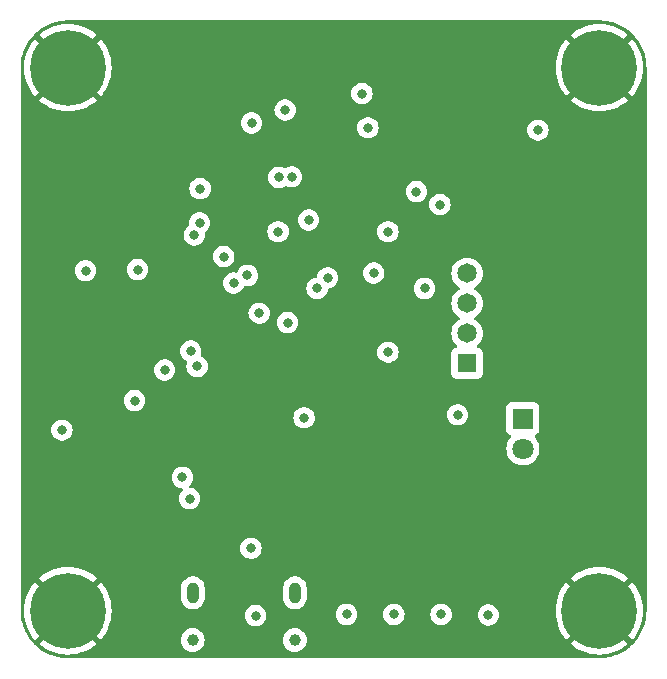
<source format=gbr>
%TF.GenerationSoftware,KiCad,Pcbnew,7.0.1*%
%TF.CreationDate,2023-07-17T15:28:08+02:00*%
%TF.ProjectId,Had_Konzole,4861645f-4b6f-46e7-9a6f-6c652e6b6963,rev?*%
%TF.SameCoordinates,Original*%
%TF.FileFunction,Copper,L3,Inr*%
%TF.FilePolarity,Positive*%
%FSLAX46Y46*%
G04 Gerber Fmt 4.6, Leading zero omitted, Abs format (unit mm)*
G04 Created by KiCad (PCBNEW 7.0.1) date 2023-07-17 15:28:08*
%MOMM*%
%LPD*%
G01*
G04 APERTURE LIST*
%TA.AperFunction,ComponentPad*%
%ADD10C,6.400000*%
%TD*%
%TA.AperFunction,ComponentPad*%
%ADD11C,1.000000*%
%TD*%
%TA.AperFunction,ComponentPad*%
%ADD12O,1.000000X1.800000*%
%TD*%
%TA.AperFunction,ComponentPad*%
%ADD13R,1.650000X1.650000*%
%TD*%
%TA.AperFunction,ComponentPad*%
%ADD14C,1.650000*%
%TD*%
%TA.AperFunction,ComponentPad*%
%ADD15R,1.800000X1.800000*%
%TD*%
%TA.AperFunction,ComponentPad*%
%ADD16C,1.800000*%
%TD*%
%TA.AperFunction,ViaPad*%
%ADD17C,0.800000*%
%TD*%
G04 APERTURE END LIST*
D10*
%TO.N,GND*%
%TO.C,H4*%
X145600000Y-108800000D03*
%TD*%
%TO.N,GND*%
%TO.C,H1*%
X100600000Y-62800000D03*
%TD*%
%TO.N,GND*%
%TO.C,H2*%
X145600000Y-62800000D03*
%TD*%
D11*
%TO.N,unconnected-(J4-SHIELD-PadS1)*%
%TO.C,J4*%
X111180000Y-111275000D03*
X119820000Y-111275000D03*
D12*
X111180000Y-107275000D03*
X119820000Y-107275000D03*
%TD*%
D10*
%TO.N,GND*%
%TO.C,H3*%
X100600000Y-108800000D03*
%TD*%
D13*
%TO.N,Reset*%
%TO.C,J2*%
X134400000Y-87840000D03*
D14*
%TO.N,MOSI*%
X134400000Y-85300000D03*
%TO.N,MISO*%
X134400000Y-82760000D03*
%TO.N,SCK*%
X134400000Y-80220000D03*
%TD*%
D15*
%TO.N,Net-(D1-K)*%
%TO.C,D1*%
X139125000Y-92525000D03*
D16*
%TO.N,+3V3*%
X139125000Y-95065000D03*
%TD*%
D17*
%TO.N,GND*%
X118750000Y-109000000D03*
X127700000Y-78350000D03*
X130250000Y-101700000D03*
X108350000Y-98500000D03*
X105900000Y-70000000D03*
X127700000Y-73550000D03*
X138250000Y-101700000D03*
X112600000Y-108500000D03*
X134300000Y-101700000D03*
X134850000Y-94250000D03*
X106000000Y-76250000D03*
X113000000Y-70200000D03*
X111500000Y-90050000D03*
X119900000Y-100800000D03*
X126150000Y-101700000D03*
X120500000Y-88500000D03*
X111100000Y-100800000D03*
X123900000Y-98150000D03*
X147950000Y-88150000D03*
X131100000Y-98150000D03*
%TO.N,3.3 Out*%
X100100000Y-93500000D03*
%TO.N,+3V3*%
X111750000Y-75950000D03*
X111800000Y-73050000D03*
X132200000Y-109100000D03*
X128200000Y-109100000D03*
X124200000Y-109100000D03*
X136200000Y-109150000D03*
X127700000Y-76700000D03*
X116150000Y-67500000D03*
X140400000Y-68100000D03*
X111550000Y-88100000D03*
X106250000Y-91000000D03*
X120600000Y-92450000D03*
%TO.N,+5V*%
X110900000Y-99300000D03*
%TO.N,SCK*%
X126500000Y-80200000D03*
%TO.N,MISO*%
X122600000Y-80600000D03*
%TO.N,MOSI*%
X121700000Y-81500000D03*
%TO.N,DTR*%
X108800000Y-88400000D03*
X111000000Y-86800000D03*
%TO.N,RST*%
X125500000Y-65000000D03*
X132100000Y-74400000D03*
%TO.N,DC*%
X130100000Y-73300000D03*
X126000000Y-67900000D03*
%TO.N,HSE_OUT*%
X111300000Y-76975500D03*
X113800000Y-78800000D03*
%TO.N,Button_Up*%
X120992893Y-75700000D03*
X130800000Y-81500000D03*
%TO.N,Button_Left*%
X133600000Y-92200000D03*
X119200000Y-84400000D03*
%TO.N,Button_Down*%
X127700000Y-86900000D03*
X118400000Y-76700000D03*
%TO.N,TX*%
X119550000Y-72050000D03*
X116800000Y-83600000D03*
X115800000Y-80400000D03*
%TO.N,RX*%
X114650000Y-81050000D03*
X118450000Y-72100000D03*
%TO.N,USB_Conn_D+*%
X110300000Y-97500000D03*
%TO.N,USB_Conn_D-*%
X116500000Y-109200000D03*
X116100000Y-103500000D03*
%TO.N,Reset*%
X106500000Y-79900000D03*
%TO.N,RST_PROG*%
X102100000Y-80000000D03*
X119000000Y-66400000D03*
%TD*%
%TA.AperFunction,Conductor*%
%TO.N,GND*%
G36*
X145602854Y-58800632D02*
G01*
X145618811Y-58801369D01*
X145773088Y-58808502D01*
X145969795Y-58818166D01*
X145980787Y-58819201D01*
X146162876Y-58844601D01*
X146163781Y-58844732D01*
X146347261Y-58871949D01*
X146357413Y-58873892D01*
X146538614Y-58916510D01*
X146540023Y-58916852D01*
X146717874Y-58961401D01*
X146727091Y-58964096D01*
X146904478Y-59023550D01*
X146906618Y-59024292D01*
X147078220Y-59085692D01*
X147086519Y-59089004D01*
X147257980Y-59164712D01*
X147260909Y-59166051D01*
X147347263Y-59206892D01*
X147425119Y-59243715D01*
X147432411Y-59247465D01*
X147529135Y-59301341D01*
X147596435Y-59338827D01*
X147599810Y-59340777D01*
X147755371Y-59434017D01*
X147761670Y-59438058D01*
X147916699Y-59544256D01*
X147920459Y-59546935D01*
X148066009Y-59654882D01*
X148071305Y-59659040D01*
X148216009Y-59779200D01*
X148219947Y-59782617D01*
X148354206Y-59904303D01*
X148358590Y-59908478D01*
X148491520Y-60041408D01*
X148495698Y-60045795D01*
X148617375Y-60180045D01*
X148620805Y-60183998D01*
X148740951Y-60328684D01*
X148745124Y-60334000D01*
X148767855Y-60364649D01*
X148853041Y-60479509D01*
X148855742Y-60483299D01*
X148961940Y-60638328D01*
X148965999Y-60644656D01*
X149059200Y-60800153D01*
X149061171Y-60803563D01*
X149152525Y-60967573D01*
X149156291Y-60974896D01*
X149233947Y-61139089D01*
X149235286Y-61142018D01*
X149310994Y-61313479D01*
X149314311Y-61321791D01*
X149375666Y-61493265D01*
X149376487Y-61495634D01*
X149435894Y-61672881D01*
X149438606Y-61682157D01*
X149483104Y-61859803D01*
X149483526Y-61861543D01*
X149526101Y-62042562D01*
X149528053Y-62052758D01*
X149555257Y-62236156D01*
X149555410Y-62237218D01*
X149580794Y-62419184D01*
X149581834Y-62430232D01*
X149591512Y-62627238D01*
X149591529Y-62627595D01*
X149599368Y-62797145D01*
X149599500Y-62802872D01*
X149599500Y-108797128D01*
X149599368Y-108802855D01*
X149591529Y-108972404D01*
X149591512Y-108972761D01*
X149581834Y-109169766D01*
X149580794Y-109180814D01*
X149555410Y-109362780D01*
X149555257Y-109363842D01*
X149528053Y-109547240D01*
X149526101Y-109557436D01*
X149483526Y-109738455D01*
X149483104Y-109740195D01*
X149438606Y-109917841D01*
X149435894Y-109927117D01*
X149376487Y-110104364D01*
X149375666Y-110106733D01*
X149314311Y-110278207D01*
X149310994Y-110286519D01*
X149235286Y-110457980D01*
X149233947Y-110460909D01*
X149156291Y-110625102D01*
X149152525Y-110632425D01*
X149061171Y-110796435D01*
X149059200Y-110799845D01*
X148965999Y-110955342D01*
X148961940Y-110961670D01*
X148855742Y-111116699D01*
X148853041Y-111120489D01*
X148745135Y-111265984D01*
X148740935Y-111271334D01*
X148620851Y-111415947D01*
X148617331Y-111420004D01*
X148495717Y-111554183D01*
X148491520Y-111558590D01*
X148358590Y-111691520D01*
X148354183Y-111695717D01*
X148220004Y-111817331D01*
X148215947Y-111820851D01*
X148071334Y-111940935D01*
X148065984Y-111945135D01*
X147920489Y-112053041D01*
X147916699Y-112055742D01*
X147761670Y-112161940D01*
X147755342Y-112165999D01*
X147599845Y-112259200D01*
X147596435Y-112261171D01*
X147432425Y-112352525D01*
X147425102Y-112356291D01*
X147260909Y-112433947D01*
X147257980Y-112435286D01*
X147086519Y-112510994D01*
X147078207Y-112514311D01*
X146906733Y-112575666D01*
X146904364Y-112576487D01*
X146727117Y-112635894D01*
X146717841Y-112638606D01*
X146540195Y-112683104D01*
X146538455Y-112683526D01*
X146357436Y-112726101D01*
X146347240Y-112728053D01*
X146163842Y-112755257D01*
X146162780Y-112755410D01*
X145980814Y-112780794D01*
X145969766Y-112781834D01*
X145772931Y-112791503D01*
X145772575Y-112791520D01*
X145607393Y-112799158D01*
X145602854Y-112799368D01*
X145597128Y-112799500D01*
X100700099Y-112799500D01*
X100602872Y-112799500D01*
X100597145Y-112799368D01*
X100592305Y-112799144D01*
X100427423Y-112791520D01*
X100427067Y-112791503D01*
X100230232Y-112781834D01*
X100219184Y-112780794D01*
X100037218Y-112755410D01*
X100036156Y-112755257D01*
X99852758Y-112728053D01*
X99842562Y-112726101D01*
X99661543Y-112683526D01*
X99659803Y-112683104D01*
X99482157Y-112638606D01*
X99472881Y-112635894D01*
X99295634Y-112576487D01*
X99293265Y-112575666D01*
X99121791Y-112514311D01*
X99113479Y-112510994D01*
X98942018Y-112435286D01*
X98939089Y-112433947D01*
X98774896Y-112356291D01*
X98767573Y-112352525D01*
X98603563Y-112261171D01*
X98600153Y-112259200D01*
X98475952Y-112184757D01*
X98444645Y-112165992D01*
X98438328Y-112161940D01*
X98283299Y-112055742D01*
X98279509Y-112053041D01*
X98134000Y-111945124D01*
X98128684Y-111940951D01*
X97983998Y-111820805D01*
X97980045Y-111817375D01*
X97845795Y-111695698D01*
X97841408Y-111691520D01*
X97738791Y-111588903D01*
X98164648Y-111588903D01*
X98164649Y-111588904D01*
X98422207Y-111797469D01*
X98747456Y-112008690D01*
X99093009Y-112184757D01*
X99455068Y-112323739D01*
X99829674Y-112424114D01*
X100212711Y-112484780D01*
X100600000Y-112505077D01*
X100987288Y-112484780D01*
X101370325Y-112424114D01*
X101744931Y-112323739D01*
X102106990Y-112184757D01*
X102452543Y-112008690D01*
X102777786Y-111797473D01*
X103035349Y-111588902D01*
X102721446Y-111274999D01*
X110174659Y-111274999D01*
X110193976Y-111471133D01*
X110251185Y-111659726D01*
X110324811Y-111797469D01*
X110344090Y-111833538D01*
X110469117Y-111985883D01*
X110621462Y-112110910D01*
X110795273Y-112203814D01*
X110983868Y-112261024D01*
X111180000Y-112280341D01*
X111376132Y-112261024D01*
X111564727Y-112203814D01*
X111738538Y-112110910D01*
X111890883Y-111985883D01*
X112015910Y-111833538D01*
X112108814Y-111659727D01*
X112166024Y-111471132D01*
X112185341Y-111275000D01*
X112185341Y-111274999D01*
X118814659Y-111274999D01*
X118833976Y-111471133D01*
X118891185Y-111659726D01*
X118964811Y-111797469D01*
X118984090Y-111833538D01*
X119109117Y-111985883D01*
X119261462Y-112110910D01*
X119435273Y-112203814D01*
X119623868Y-112261024D01*
X119820000Y-112280341D01*
X120016132Y-112261024D01*
X120204727Y-112203814D01*
X120378538Y-112110910D01*
X120530883Y-111985883D01*
X120655910Y-111833538D01*
X120748814Y-111659727D01*
X120770298Y-111588903D01*
X143164648Y-111588903D01*
X143164649Y-111588904D01*
X143422207Y-111797469D01*
X143747456Y-112008690D01*
X144093009Y-112184757D01*
X144455068Y-112323739D01*
X144829674Y-112424114D01*
X145212711Y-112484780D01*
X145600000Y-112505077D01*
X145987288Y-112484780D01*
X146370325Y-112424114D01*
X146744931Y-112323739D01*
X147106990Y-112184757D01*
X147452543Y-112008690D01*
X147777786Y-111797473D01*
X148035349Y-111588902D01*
X145600000Y-109153553D01*
X143164648Y-111588903D01*
X120770298Y-111588903D01*
X120806024Y-111471132D01*
X120825341Y-111275000D01*
X120806024Y-111078868D01*
X120748814Y-110890273D01*
X120655910Y-110716462D01*
X120530883Y-110564117D01*
X120378538Y-110439090D01*
X120338356Y-110417612D01*
X120204726Y-110346185D01*
X120016133Y-110288976D01*
X119820000Y-110269659D01*
X119623866Y-110288976D01*
X119435273Y-110346185D01*
X119261463Y-110439089D01*
X119109117Y-110564117D01*
X118984089Y-110716463D01*
X118891185Y-110890273D01*
X118833976Y-111078866D01*
X118814659Y-111274999D01*
X112185341Y-111274999D01*
X112166024Y-111078868D01*
X112108814Y-110890273D01*
X112015910Y-110716462D01*
X111890883Y-110564117D01*
X111738538Y-110439090D01*
X111698356Y-110417612D01*
X111564726Y-110346185D01*
X111376133Y-110288976D01*
X111180000Y-110269659D01*
X110983866Y-110288976D01*
X110795273Y-110346185D01*
X110621463Y-110439089D01*
X110469117Y-110564117D01*
X110344089Y-110716463D01*
X110251185Y-110890273D01*
X110193976Y-111078866D01*
X110174659Y-111274999D01*
X102721446Y-111274999D01*
X100600000Y-109153553D01*
X98164648Y-111588903D01*
X97738791Y-111588903D01*
X97708478Y-111558590D01*
X97704303Y-111554206D01*
X97582617Y-111419947D01*
X97579200Y-111416009D01*
X97459040Y-111271305D01*
X97454882Y-111266009D01*
X97346935Y-111120459D01*
X97344256Y-111116699D01*
X97238058Y-110961670D01*
X97234017Y-110955371D01*
X97140777Y-110799810D01*
X97138827Y-110796435D01*
X97112261Y-110748740D01*
X97047465Y-110632411D01*
X97043715Y-110625119D01*
X97006892Y-110547263D01*
X96966051Y-110460909D01*
X96964712Y-110457980D01*
X96889004Y-110286519D01*
X96885692Y-110278220D01*
X96824292Y-110106618D01*
X96823550Y-110104478D01*
X96764096Y-109927091D01*
X96761401Y-109917874D01*
X96716852Y-109740023D01*
X96716510Y-109738614D01*
X96673892Y-109557413D01*
X96671949Y-109547261D01*
X96644732Y-109363781D01*
X96644588Y-109362780D01*
X96619201Y-109180787D01*
X96618166Y-109169795D01*
X96608480Y-108972611D01*
X96600632Y-108802854D01*
X96600566Y-108800000D01*
X96894922Y-108800000D01*
X96915219Y-109187288D01*
X96975885Y-109570325D01*
X97076260Y-109944931D01*
X97215242Y-110306990D01*
X97391309Y-110652543D01*
X97602530Y-110977792D01*
X97811095Y-111235350D01*
X97811096Y-111235350D01*
X100246447Y-108800000D01*
X100953553Y-108800000D01*
X103388902Y-111235349D01*
X103597473Y-110977786D01*
X103808690Y-110652543D01*
X103984757Y-110306990D01*
X104123739Y-109944931D01*
X104224114Y-109570325D01*
X104282767Y-109200000D01*
X115594540Y-109200000D01*
X115614326Y-109388257D01*
X115672820Y-109568284D01*
X115767466Y-109732216D01*
X115894129Y-109872889D01*
X116047269Y-109984151D01*
X116220197Y-110061144D01*
X116405352Y-110100500D01*
X116405354Y-110100500D01*
X116594646Y-110100500D01*
X116594648Y-110100500D01*
X116718084Y-110074262D01*
X116779803Y-110061144D01*
X116952730Y-109984151D01*
X117006712Y-109944931D01*
X117105870Y-109872889D01*
X117232533Y-109732216D01*
X117327179Y-109568284D01*
X117359671Y-109468284D01*
X117385674Y-109388256D01*
X117405460Y-109200000D01*
X117394950Y-109100000D01*
X123294540Y-109100000D01*
X123314326Y-109288257D01*
X123372820Y-109468284D01*
X123467466Y-109632216D01*
X123594129Y-109772889D01*
X123747269Y-109884151D01*
X123920197Y-109961144D01*
X124105352Y-110000500D01*
X124105354Y-110000500D01*
X124294646Y-110000500D01*
X124294648Y-110000500D01*
X124418084Y-109974262D01*
X124479803Y-109961144D01*
X124652730Y-109884151D01*
X124805871Y-109772888D01*
X124932533Y-109632216D01*
X125027179Y-109468284D01*
X125085674Y-109288256D01*
X125105460Y-109100000D01*
X127294540Y-109100000D01*
X127314326Y-109288257D01*
X127372820Y-109468284D01*
X127467466Y-109632216D01*
X127594129Y-109772889D01*
X127747269Y-109884151D01*
X127920197Y-109961144D01*
X128105352Y-110000500D01*
X128105354Y-110000500D01*
X128294646Y-110000500D01*
X128294648Y-110000500D01*
X128418084Y-109974262D01*
X128479803Y-109961144D01*
X128652730Y-109884151D01*
X128805871Y-109772888D01*
X128932533Y-109632216D01*
X129027179Y-109468284D01*
X129085674Y-109288256D01*
X129105460Y-109100000D01*
X131294540Y-109100000D01*
X131314326Y-109288257D01*
X131372820Y-109468284D01*
X131467466Y-109632216D01*
X131594129Y-109772889D01*
X131747269Y-109884151D01*
X131920197Y-109961144D01*
X132105352Y-110000500D01*
X132105354Y-110000500D01*
X132294646Y-110000500D01*
X132294648Y-110000500D01*
X132418084Y-109974262D01*
X132479803Y-109961144D01*
X132652730Y-109884151D01*
X132805871Y-109772888D01*
X132932533Y-109632216D01*
X133027179Y-109468284D01*
X133085674Y-109288256D01*
X133100205Y-109150000D01*
X135294540Y-109150000D01*
X135314326Y-109338257D01*
X135372820Y-109518284D01*
X135467466Y-109682216D01*
X135594129Y-109822889D01*
X135747269Y-109934151D01*
X135920197Y-110011144D01*
X136105352Y-110050500D01*
X136105354Y-110050500D01*
X136294646Y-110050500D01*
X136294648Y-110050500D01*
X136418083Y-110024262D01*
X136479803Y-110011144D01*
X136652730Y-109934151D01*
X136662412Y-109927117D01*
X136805870Y-109822889D01*
X136932533Y-109682216D01*
X137027179Y-109518284D01*
X137043425Y-109468284D01*
X137085674Y-109338256D01*
X137105460Y-109150000D01*
X137085674Y-108961744D01*
X137033120Y-108800000D01*
X141894922Y-108800000D01*
X141915219Y-109187288D01*
X141975885Y-109570325D01*
X142076260Y-109944931D01*
X142215242Y-110306990D01*
X142391309Y-110652543D01*
X142602530Y-110977792D01*
X142811095Y-111235350D01*
X142811096Y-111235350D01*
X145246447Y-108800000D01*
X145953553Y-108800000D01*
X148388902Y-111235349D01*
X148597473Y-110977786D01*
X148808690Y-110652543D01*
X148984757Y-110306990D01*
X149123739Y-109944931D01*
X149224114Y-109570325D01*
X149284780Y-109187288D01*
X149305077Y-108800000D01*
X149284780Y-108412711D01*
X149224114Y-108029674D01*
X149123739Y-107655068D01*
X148984757Y-107293009D01*
X148808690Y-106947456D01*
X148597469Y-106622207D01*
X148388904Y-106364649D01*
X148388903Y-106364648D01*
X145953553Y-108800000D01*
X145246447Y-108800000D01*
X142811096Y-106364648D01*
X142602526Y-106622214D01*
X142391309Y-106947456D01*
X142215242Y-107293009D01*
X142076260Y-107655068D01*
X141975885Y-108029674D01*
X141915219Y-108412711D01*
X141894922Y-108800000D01*
X137033120Y-108800000D01*
X137027179Y-108781715D01*
X136932533Y-108617783D01*
X136805870Y-108477110D01*
X136652730Y-108365848D01*
X136479802Y-108288855D01*
X136294648Y-108249500D01*
X136294646Y-108249500D01*
X136105354Y-108249500D01*
X136105352Y-108249500D01*
X135920197Y-108288855D01*
X135747269Y-108365848D01*
X135594129Y-108477110D01*
X135467466Y-108617783D01*
X135372820Y-108781715D01*
X135314326Y-108961742D01*
X135294540Y-109150000D01*
X133100205Y-109150000D01*
X133105460Y-109100000D01*
X133085674Y-108911744D01*
X133049366Y-108800000D01*
X133027179Y-108731715D01*
X132932533Y-108567783D01*
X132805870Y-108427110D01*
X132652730Y-108315848D01*
X132479802Y-108238855D01*
X132294648Y-108199500D01*
X132294646Y-108199500D01*
X132105354Y-108199500D01*
X132105352Y-108199500D01*
X131920197Y-108238855D01*
X131747269Y-108315848D01*
X131594129Y-108427110D01*
X131467466Y-108567783D01*
X131372820Y-108731715D01*
X131314326Y-108911742D01*
X131294540Y-109100000D01*
X129105460Y-109100000D01*
X129085674Y-108911744D01*
X129049366Y-108800000D01*
X129027179Y-108731715D01*
X128932533Y-108567783D01*
X128805870Y-108427110D01*
X128652730Y-108315848D01*
X128479802Y-108238855D01*
X128294648Y-108199500D01*
X128294646Y-108199500D01*
X128105354Y-108199500D01*
X128105352Y-108199500D01*
X127920197Y-108238855D01*
X127747269Y-108315848D01*
X127594129Y-108427110D01*
X127467466Y-108567783D01*
X127372820Y-108731715D01*
X127314326Y-108911742D01*
X127294540Y-109100000D01*
X125105460Y-109100000D01*
X125085674Y-108911744D01*
X125049366Y-108800000D01*
X125027179Y-108731715D01*
X124932533Y-108567783D01*
X124805870Y-108427110D01*
X124652730Y-108315848D01*
X124479802Y-108238855D01*
X124294648Y-108199500D01*
X124294646Y-108199500D01*
X124105354Y-108199500D01*
X124105352Y-108199500D01*
X123920197Y-108238855D01*
X123747269Y-108315848D01*
X123594129Y-108427110D01*
X123467466Y-108567783D01*
X123372820Y-108731715D01*
X123314326Y-108911742D01*
X123294540Y-109100000D01*
X117394950Y-109100000D01*
X117385674Y-109011744D01*
X117327179Y-108831716D01*
X117327179Y-108831715D01*
X117232533Y-108667783D01*
X117105870Y-108527110D01*
X116952730Y-108415848D01*
X116779802Y-108338855D01*
X116594648Y-108299500D01*
X116594646Y-108299500D01*
X116405354Y-108299500D01*
X116405352Y-108299500D01*
X116220197Y-108338855D01*
X116047269Y-108415848D01*
X115894129Y-108527110D01*
X115767466Y-108667783D01*
X115672820Y-108831715D01*
X115614326Y-109011742D01*
X115594540Y-109200000D01*
X104282767Y-109200000D01*
X104284780Y-109187288D01*
X104305077Y-108800000D01*
X104284780Y-108412711D01*
X104224114Y-108029674D01*
X104142675Y-107725740D01*
X110179500Y-107725740D01*
X110194926Y-107877440D01*
X110225868Y-107976058D01*
X110255841Y-108071588D01*
X110354591Y-108249502D01*
X110487134Y-108403895D01*
X110648042Y-108528448D01*
X110830729Y-108618060D01*
X111027715Y-108669063D01*
X111230936Y-108679369D01*
X111230936Y-108679368D01*
X111230937Y-108679369D01*
X111432071Y-108648556D01*
X111514413Y-108618060D01*
X111622887Y-108577886D01*
X111795571Y-108470252D01*
X111943053Y-108330059D01*
X112059295Y-108163049D01*
X112139540Y-107976058D01*
X112180500Y-107776741D01*
X112180500Y-107725740D01*
X118819500Y-107725740D01*
X118834926Y-107877440D01*
X118865868Y-107976058D01*
X118895841Y-108071588D01*
X118994591Y-108249502D01*
X119127134Y-108403895D01*
X119288042Y-108528448D01*
X119470729Y-108618060D01*
X119667715Y-108669063D01*
X119870936Y-108679369D01*
X119870936Y-108679368D01*
X119870937Y-108679369D01*
X120072071Y-108648556D01*
X120154413Y-108618060D01*
X120262887Y-108577886D01*
X120435571Y-108470252D01*
X120583053Y-108330059D01*
X120699295Y-108163049D01*
X120779540Y-107976058D01*
X120820500Y-107776741D01*
X120820500Y-106824258D01*
X120805074Y-106672562D01*
X120744159Y-106478412D01*
X120645409Y-106300498D01*
X120512866Y-106146105D01*
X120351958Y-106021552D01*
X120351957Y-106021551D01*
X120330643Y-106011096D01*
X143164648Y-106011096D01*
X145600000Y-108446447D01*
X145600001Y-108446447D01*
X148035350Y-106011096D01*
X148035350Y-106011095D01*
X147777792Y-105802530D01*
X147452543Y-105591309D01*
X147106990Y-105415242D01*
X146744931Y-105276260D01*
X146370325Y-105175885D01*
X145987288Y-105115219D01*
X145600000Y-105094922D01*
X145212711Y-105115219D01*
X144829674Y-105175885D01*
X144455068Y-105276260D01*
X144093009Y-105415242D01*
X143747456Y-105591309D01*
X143422214Y-105802526D01*
X143164648Y-106011096D01*
X120330643Y-106011096D01*
X120169272Y-105931940D01*
X120103608Y-105914938D01*
X119972285Y-105880937D01*
X119951670Y-105879891D01*
X119769062Y-105870630D01*
X119567928Y-105901443D01*
X119377113Y-105972113D01*
X119204431Y-106079745D01*
X119134623Y-106146104D01*
X119056947Y-106219941D01*
X119056946Y-106219943D01*
X118940705Y-106386950D01*
X118901455Y-106478412D01*
X118860460Y-106573942D01*
X118840194Y-106672562D01*
X118819500Y-106773261D01*
X118819500Y-107725740D01*
X112180500Y-107725740D01*
X112180500Y-106824258D01*
X112165074Y-106672562D01*
X112104159Y-106478412D01*
X112005409Y-106300498D01*
X111872866Y-106146105D01*
X111711958Y-106021552D01*
X111711957Y-106021551D01*
X111529272Y-105931940D01*
X111463608Y-105914938D01*
X111332285Y-105880937D01*
X111311670Y-105879891D01*
X111129062Y-105870630D01*
X110927928Y-105901443D01*
X110737113Y-105972113D01*
X110564431Y-106079745D01*
X110494623Y-106146104D01*
X110416947Y-106219941D01*
X110416946Y-106219943D01*
X110300705Y-106386950D01*
X110261455Y-106478412D01*
X110220460Y-106573942D01*
X110200194Y-106672562D01*
X110179500Y-106773261D01*
X110179500Y-107725740D01*
X104142675Y-107725740D01*
X104123739Y-107655068D01*
X103984757Y-107293009D01*
X103808690Y-106947456D01*
X103597469Y-106622207D01*
X103388904Y-106364649D01*
X103388903Y-106364648D01*
X100953553Y-108800000D01*
X100246447Y-108800000D01*
X97811096Y-106364648D01*
X97602526Y-106622214D01*
X97391309Y-106947456D01*
X97215242Y-107293009D01*
X97076260Y-107655068D01*
X96975885Y-108029674D01*
X96915219Y-108412711D01*
X96894922Y-108800000D01*
X96600566Y-108800000D01*
X96600500Y-108797128D01*
X96600500Y-106011096D01*
X98164648Y-106011096D01*
X100600000Y-108446447D01*
X100600001Y-108446447D01*
X103035350Y-106011096D01*
X103035350Y-106011095D01*
X102777792Y-105802530D01*
X102452543Y-105591309D01*
X102106990Y-105415242D01*
X101744931Y-105276260D01*
X101370325Y-105175885D01*
X100987288Y-105115219D01*
X100600000Y-105094922D01*
X100212711Y-105115219D01*
X99829674Y-105175885D01*
X99455068Y-105276260D01*
X99093009Y-105415242D01*
X98747456Y-105591309D01*
X98422214Y-105802526D01*
X98164648Y-106011096D01*
X96600500Y-106011096D01*
X96600500Y-103500000D01*
X115194540Y-103500000D01*
X115214326Y-103688257D01*
X115272820Y-103868284D01*
X115367466Y-104032216D01*
X115494129Y-104172889D01*
X115647269Y-104284151D01*
X115820197Y-104361144D01*
X116005352Y-104400500D01*
X116005354Y-104400500D01*
X116194646Y-104400500D01*
X116194648Y-104400500D01*
X116318084Y-104374262D01*
X116379803Y-104361144D01*
X116552730Y-104284151D01*
X116705871Y-104172888D01*
X116832533Y-104032216D01*
X116927179Y-103868284D01*
X116985674Y-103688256D01*
X117005460Y-103500000D01*
X116985674Y-103311744D01*
X116927179Y-103131716D01*
X116927179Y-103131715D01*
X116832533Y-102967783D01*
X116705870Y-102827110D01*
X116552730Y-102715848D01*
X116379802Y-102638855D01*
X116194648Y-102599500D01*
X116194646Y-102599500D01*
X116005354Y-102599500D01*
X116005352Y-102599500D01*
X115820197Y-102638855D01*
X115647269Y-102715848D01*
X115494129Y-102827110D01*
X115367466Y-102967783D01*
X115272820Y-103131715D01*
X115214326Y-103311742D01*
X115194540Y-103500000D01*
X96600500Y-103500000D01*
X96600500Y-97500000D01*
X109394540Y-97500000D01*
X109414326Y-97688257D01*
X109472820Y-97868284D01*
X109567466Y-98032216D01*
X109694129Y-98172889D01*
X109847269Y-98284151D01*
X110020197Y-98361144D01*
X110205352Y-98400500D01*
X110224401Y-98400500D01*
X110284139Y-98415838D01*
X110329098Y-98458058D01*
X110348156Y-98516715D01*
X110336599Y-98577298D01*
X110297285Y-98624819D01*
X110294128Y-98627112D01*
X110167466Y-98767783D01*
X110072820Y-98931715D01*
X110014326Y-99111742D01*
X109994540Y-99300000D01*
X110014326Y-99488257D01*
X110072820Y-99668284D01*
X110167466Y-99832216D01*
X110294129Y-99972889D01*
X110447269Y-100084151D01*
X110620197Y-100161144D01*
X110805352Y-100200500D01*
X110805354Y-100200500D01*
X110994646Y-100200500D01*
X110994648Y-100200500D01*
X111118083Y-100174262D01*
X111179803Y-100161144D01*
X111352730Y-100084151D01*
X111505871Y-99972888D01*
X111632533Y-99832216D01*
X111727179Y-99668284D01*
X111785674Y-99488256D01*
X111805460Y-99300000D01*
X111785674Y-99111744D01*
X111727179Y-98931716D01*
X111727179Y-98931715D01*
X111632533Y-98767783D01*
X111505870Y-98627110D01*
X111352730Y-98515848D01*
X111179802Y-98438855D01*
X110994648Y-98399500D01*
X110994646Y-98399500D01*
X110975599Y-98399500D01*
X110915861Y-98384162D01*
X110870902Y-98341942D01*
X110851844Y-98283285D01*
X110863401Y-98222702D01*
X110902715Y-98175181D01*
X110902839Y-98175090D01*
X110905871Y-98172888D01*
X111032533Y-98032216D01*
X111127179Y-97868284D01*
X111185674Y-97688256D01*
X111205460Y-97500000D01*
X111185674Y-97311744D01*
X111127179Y-97131716D01*
X111127179Y-97131715D01*
X111032533Y-96967783D01*
X110905870Y-96827110D01*
X110752730Y-96715848D01*
X110579802Y-96638855D01*
X110394648Y-96599500D01*
X110394646Y-96599500D01*
X110205354Y-96599500D01*
X110205352Y-96599500D01*
X110020197Y-96638855D01*
X109847269Y-96715848D01*
X109694129Y-96827110D01*
X109567466Y-96967783D01*
X109472820Y-97131715D01*
X109414326Y-97311742D01*
X109394540Y-97500000D01*
X96600500Y-97500000D01*
X96600500Y-95065000D01*
X137719699Y-95065000D01*
X137738865Y-95296299D01*
X137738865Y-95296301D01*
X137738866Y-95296305D01*
X137795843Y-95521300D01*
X137889076Y-95733849D01*
X138016021Y-95928153D01*
X138173216Y-96098913D01*
X138356374Y-96241470D01*
X138560497Y-96351936D01*
X138670257Y-96389616D01*
X138780015Y-96427297D01*
X138780017Y-96427297D01*
X138780019Y-96427298D01*
X139008951Y-96465500D01*
X139241048Y-96465500D01*
X139241049Y-96465500D01*
X139469981Y-96427298D01*
X139689503Y-96351936D01*
X139893626Y-96241470D01*
X140076784Y-96098913D01*
X140233979Y-95928153D01*
X140360924Y-95733849D01*
X140454157Y-95521300D01*
X140511134Y-95296305D01*
X140530300Y-95065000D01*
X140511134Y-94833695D01*
X140454157Y-94608700D01*
X140360924Y-94396151D01*
X140233979Y-94201847D01*
X140139195Y-94098884D01*
X140110424Y-94046134D01*
X140109831Y-93986047D01*
X140137558Y-93932737D01*
X140187092Y-93898722D01*
X140267331Y-93868796D01*
X140382546Y-93782546D01*
X140468796Y-93667331D01*
X140519091Y-93532483D01*
X140525500Y-93472873D01*
X140525499Y-91577128D01*
X140519091Y-91517517D01*
X140468796Y-91382669D01*
X140382546Y-91267454D01*
X140267331Y-91181204D01*
X140132483Y-91130909D01*
X140072873Y-91124500D01*
X140072869Y-91124500D01*
X138177130Y-91124500D01*
X138117515Y-91130909D01*
X137982669Y-91181204D01*
X137867454Y-91267454D01*
X137781204Y-91382668D01*
X137730909Y-91517516D01*
X137724500Y-91577130D01*
X137724500Y-93472869D01*
X137727417Y-93499999D01*
X137730909Y-93532483D01*
X137781204Y-93667331D01*
X137867454Y-93782546D01*
X137982669Y-93868796D01*
X138062905Y-93898722D01*
X138112441Y-93932737D01*
X138140168Y-93986047D01*
X138139575Y-94046134D01*
X138110802Y-94098887D01*
X138016020Y-94201848D01*
X137889076Y-94396150D01*
X137795844Y-94608696D01*
X137738865Y-94833700D01*
X137719699Y-95065000D01*
X96600500Y-95065000D01*
X96600500Y-93499999D01*
X99194540Y-93499999D01*
X99214326Y-93688257D01*
X99272820Y-93868284D01*
X99367466Y-94032216D01*
X99494129Y-94172889D01*
X99647269Y-94284151D01*
X99820197Y-94361144D01*
X100005352Y-94400500D01*
X100005354Y-94400500D01*
X100194646Y-94400500D01*
X100194648Y-94400500D01*
X100318083Y-94374262D01*
X100379803Y-94361144D01*
X100552730Y-94284151D01*
X100705871Y-94172888D01*
X100832533Y-94032216D01*
X100927179Y-93868284D01*
X100985674Y-93688256D01*
X101005460Y-93500000D01*
X100985674Y-93311744D01*
X100927179Y-93131716D01*
X100927179Y-93131715D01*
X100832533Y-92967783D01*
X100705870Y-92827110D01*
X100552730Y-92715848D01*
X100379802Y-92638855D01*
X100194648Y-92599500D01*
X100194646Y-92599500D01*
X100005354Y-92599500D01*
X100005352Y-92599500D01*
X99820197Y-92638855D01*
X99647269Y-92715848D01*
X99494129Y-92827110D01*
X99367466Y-92967783D01*
X99272820Y-93131715D01*
X99214326Y-93311742D01*
X99194540Y-93499999D01*
X96600500Y-93499999D01*
X96600500Y-92449999D01*
X119694540Y-92449999D01*
X119714326Y-92638257D01*
X119772820Y-92818284D01*
X119867466Y-92982216D01*
X119994129Y-93122889D01*
X120147269Y-93234151D01*
X120320197Y-93311144D01*
X120505352Y-93350500D01*
X120505354Y-93350500D01*
X120694646Y-93350500D01*
X120694648Y-93350500D01*
X120818084Y-93324262D01*
X120879803Y-93311144D01*
X121052730Y-93234151D01*
X121052729Y-93234151D01*
X121205870Y-93122889D01*
X121332533Y-92982216D01*
X121427179Y-92818284D01*
X121460462Y-92715849D01*
X121485674Y-92638256D01*
X121505460Y-92450000D01*
X121485674Y-92261744D01*
X121465612Y-92199999D01*
X132694540Y-92199999D01*
X132714326Y-92388257D01*
X132772820Y-92568284D01*
X132867466Y-92732216D01*
X132994129Y-92872889D01*
X133147269Y-92984151D01*
X133320197Y-93061144D01*
X133505352Y-93100500D01*
X133505354Y-93100500D01*
X133694646Y-93100500D01*
X133694648Y-93100500D01*
X133818083Y-93074262D01*
X133879803Y-93061144D01*
X134052730Y-92984151D01*
X134205871Y-92872888D01*
X134332533Y-92732216D01*
X134427179Y-92568284D01*
X134485674Y-92388256D01*
X134505460Y-92200000D01*
X134485674Y-92011744D01*
X134427179Y-91831716D01*
X134427179Y-91831715D01*
X134332533Y-91667783D01*
X134205870Y-91527110D01*
X134052730Y-91415848D01*
X133879802Y-91338855D01*
X133694648Y-91299500D01*
X133694646Y-91299500D01*
X133505354Y-91299500D01*
X133505352Y-91299500D01*
X133320197Y-91338855D01*
X133147269Y-91415848D01*
X132994129Y-91527110D01*
X132867466Y-91667783D01*
X132772820Y-91831715D01*
X132714326Y-92011742D01*
X132694540Y-92199999D01*
X121465612Y-92199999D01*
X121427179Y-92081716D01*
X121427179Y-92081715D01*
X121332533Y-91917783D01*
X121205870Y-91777110D01*
X121052730Y-91665848D01*
X120879802Y-91588855D01*
X120694648Y-91549500D01*
X120694646Y-91549500D01*
X120505354Y-91549500D01*
X120505352Y-91549500D01*
X120320197Y-91588855D01*
X120147269Y-91665848D01*
X119994129Y-91777110D01*
X119867466Y-91917783D01*
X119772820Y-92081715D01*
X119714326Y-92261742D01*
X119694540Y-92449999D01*
X96600500Y-92449999D01*
X96600500Y-91000000D01*
X105344540Y-91000000D01*
X105364326Y-91188257D01*
X105422820Y-91368284D01*
X105517466Y-91532216D01*
X105644129Y-91672889D01*
X105797269Y-91784151D01*
X105970197Y-91861144D01*
X106155352Y-91900500D01*
X106155354Y-91900500D01*
X106344646Y-91900500D01*
X106344648Y-91900500D01*
X106468084Y-91874262D01*
X106529803Y-91861144D01*
X106702730Y-91784151D01*
X106855871Y-91672888D01*
X106982533Y-91532216D01*
X107077179Y-91368284D01*
X107135674Y-91188256D01*
X107155460Y-91000000D01*
X107135674Y-90811744D01*
X107077179Y-90631716D01*
X107077179Y-90631715D01*
X106982533Y-90467783D01*
X106855870Y-90327110D01*
X106702730Y-90215848D01*
X106529802Y-90138855D01*
X106344648Y-90099500D01*
X106344646Y-90099500D01*
X106155354Y-90099500D01*
X106155352Y-90099500D01*
X105970197Y-90138855D01*
X105797269Y-90215848D01*
X105644129Y-90327110D01*
X105517466Y-90467783D01*
X105422820Y-90631715D01*
X105364326Y-90811742D01*
X105344540Y-91000000D01*
X96600500Y-91000000D01*
X96600500Y-88400000D01*
X107894540Y-88400000D01*
X107914326Y-88588257D01*
X107972820Y-88768284D01*
X108067466Y-88932216D01*
X108194129Y-89072889D01*
X108347269Y-89184151D01*
X108520197Y-89261144D01*
X108705352Y-89300500D01*
X108705354Y-89300500D01*
X108894646Y-89300500D01*
X108894648Y-89300500D01*
X109018083Y-89274262D01*
X109079803Y-89261144D01*
X109252730Y-89184151D01*
X109405871Y-89072888D01*
X109532533Y-88932216D01*
X109627179Y-88768284D01*
X109685674Y-88588256D01*
X109705460Y-88400000D01*
X109685674Y-88211744D01*
X109627179Y-88031716D01*
X109627179Y-88031715D01*
X109532533Y-87867783D01*
X109405870Y-87727110D01*
X109252730Y-87615848D01*
X109079802Y-87538855D01*
X108894648Y-87499500D01*
X108894646Y-87499500D01*
X108705354Y-87499500D01*
X108705352Y-87499500D01*
X108520197Y-87538855D01*
X108347269Y-87615848D01*
X108194129Y-87727110D01*
X108067466Y-87867783D01*
X107972820Y-88031715D01*
X107914326Y-88211742D01*
X107894540Y-88400000D01*
X96600500Y-88400000D01*
X96600500Y-86800000D01*
X110094540Y-86800000D01*
X110114326Y-86988257D01*
X110172820Y-87168284D01*
X110267466Y-87332216D01*
X110394129Y-87472889D01*
X110547267Y-87584150D01*
X110588857Y-87602666D01*
X110640524Y-87625670D01*
X110687801Y-87662608D01*
X110712204Y-87717417D01*
X110708019Y-87777267D01*
X110664326Y-87911740D01*
X110644540Y-88100000D01*
X110664326Y-88288257D01*
X110722820Y-88468284D01*
X110817466Y-88632216D01*
X110944129Y-88772889D01*
X111097269Y-88884151D01*
X111270197Y-88961144D01*
X111455352Y-89000500D01*
X111455354Y-89000500D01*
X111644646Y-89000500D01*
X111644648Y-89000500D01*
X111768083Y-88974262D01*
X111829803Y-88961144D01*
X112002730Y-88884151D01*
X112155871Y-88772888D01*
X112282533Y-88632216D01*
X112377179Y-88468284D01*
X112435674Y-88288256D01*
X112455460Y-88100000D01*
X112435674Y-87911744D01*
X112377179Y-87731716D01*
X112377179Y-87731715D01*
X112282533Y-87567783D01*
X112155870Y-87427110D01*
X112002732Y-87315849D01*
X111933412Y-87284986D01*
X111909474Y-87274328D01*
X111862197Y-87237391D01*
X111837794Y-87182581D01*
X111841978Y-87122735D01*
X111885674Y-86988256D01*
X111894950Y-86899999D01*
X126794540Y-86899999D01*
X126814326Y-87088257D01*
X126872820Y-87268284D01*
X126967466Y-87432216D01*
X127094129Y-87572889D01*
X127247269Y-87684151D01*
X127420197Y-87761144D01*
X127605352Y-87800500D01*
X127605354Y-87800500D01*
X127794646Y-87800500D01*
X127794648Y-87800500D01*
X127918083Y-87774262D01*
X127979803Y-87761144D01*
X128152730Y-87684151D01*
X128246740Y-87615849D01*
X128305870Y-87572889D01*
X128310468Y-87567783D01*
X128432533Y-87432216D01*
X128527179Y-87268284D01*
X128585674Y-87088256D01*
X128605460Y-86900000D01*
X128585674Y-86711744D01*
X128527179Y-86531716D01*
X128527179Y-86531715D01*
X128432533Y-86367783D01*
X128305870Y-86227110D01*
X128152730Y-86115848D01*
X127979802Y-86038855D01*
X127794648Y-85999500D01*
X127794646Y-85999500D01*
X127605354Y-85999500D01*
X127605352Y-85999500D01*
X127420197Y-86038855D01*
X127247269Y-86115848D01*
X127094129Y-86227110D01*
X126967466Y-86367783D01*
X126872820Y-86531715D01*
X126814326Y-86711742D01*
X126794540Y-86899999D01*
X111894950Y-86899999D01*
X111905460Y-86800000D01*
X111885674Y-86611744D01*
X111829710Y-86439505D01*
X111827179Y-86431715D01*
X111732533Y-86267783D01*
X111605870Y-86127110D01*
X111452730Y-86015848D01*
X111279802Y-85938855D01*
X111094648Y-85899500D01*
X111094646Y-85899500D01*
X110905354Y-85899500D01*
X110905352Y-85899500D01*
X110720197Y-85938855D01*
X110547269Y-86015848D01*
X110394129Y-86127110D01*
X110267466Y-86267783D01*
X110172820Y-86431715D01*
X110114326Y-86611742D01*
X110094540Y-86800000D01*
X96600500Y-86800000D01*
X96600500Y-83600000D01*
X115894540Y-83600000D01*
X115914326Y-83788257D01*
X115972820Y-83968284D01*
X116067466Y-84132216D01*
X116194129Y-84272889D01*
X116347269Y-84384151D01*
X116520197Y-84461144D01*
X116705352Y-84500500D01*
X116705354Y-84500500D01*
X116894646Y-84500500D01*
X116894648Y-84500500D01*
X117018083Y-84474262D01*
X117079803Y-84461144D01*
X117217133Y-84400000D01*
X118294540Y-84400000D01*
X118314326Y-84588257D01*
X118372820Y-84768284D01*
X118467466Y-84932216D01*
X118594129Y-85072889D01*
X118747269Y-85184151D01*
X118920197Y-85261144D01*
X119105352Y-85300500D01*
X119105354Y-85300500D01*
X119294646Y-85300500D01*
X119294648Y-85300500D01*
X119297000Y-85300000D01*
X133069436Y-85300000D01*
X133089650Y-85531047D01*
X133089651Y-85531050D01*
X133149680Y-85755079D01*
X133247699Y-85965282D01*
X133380730Y-86155269D01*
X133380733Y-86155272D01*
X133536034Y-86310573D01*
X133569279Y-86370814D01*
X133565291Y-86439504D01*
X133525298Y-86495493D01*
X133481363Y-86513464D01*
X133482110Y-86515466D01*
X133332669Y-86571204D01*
X133217454Y-86657454D01*
X133131204Y-86772668D01*
X133080909Y-86907516D01*
X133074500Y-86967130D01*
X133074500Y-88712869D01*
X133080909Y-88772483D01*
X133131204Y-88907331D01*
X133217454Y-89022546D01*
X133332669Y-89108796D01*
X133467517Y-89159091D01*
X133527127Y-89165500D01*
X135272872Y-89165499D01*
X135332483Y-89159091D01*
X135467331Y-89108796D01*
X135582546Y-89022546D01*
X135668796Y-88907331D01*
X135719091Y-88772483D01*
X135725500Y-88712873D01*
X135725499Y-86967128D01*
X135719091Y-86907517D01*
X135668796Y-86772669D01*
X135582546Y-86657454D01*
X135467331Y-86571204D01*
X135361458Y-86531716D01*
X135317890Y-86515466D01*
X135318636Y-86513464D01*
X135274703Y-86495495D01*
X135234709Y-86439505D01*
X135230720Y-86370814D01*
X135263962Y-86310576D01*
X135419270Y-86155269D01*
X135552301Y-85965282D01*
X135650320Y-85755079D01*
X135710349Y-85531050D01*
X135730563Y-85300000D01*
X135710349Y-85068950D01*
X135650320Y-84844921D01*
X135552301Y-84634719D01*
X135419270Y-84444731D01*
X135255269Y-84280730D01*
X135065282Y-84147699D01*
X135065278Y-84147697D01*
X135065277Y-84147696D01*
X135053875Y-84142379D01*
X135001701Y-84096620D01*
X134982284Y-84029994D01*
X135001706Y-83963370D01*
X135053881Y-83917617D01*
X135065282Y-83912301D01*
X135255269Y-83779270D01*
X135419270Y-83615269D01*
X135552301Y-83425282D01*
X135650320Y-83215079D01*
X135710349Y-82991050D01*
X135730563Y-82760000D01*
X135710349Y-82528950D01*
X135650320Y-82304921D01*
X135552301Y-82094719D01*
X135419270Y-81904731D01*
X135255269Y-81740730D01*
X135065282Y-81607699D01*
X135065278Y-81607697D01*
X135065277Y-81607696D01*
X135053875Y-81602379D01*
X135001701Y-81556620D01*
X134982284Y-81489994D01*
X135001706Y-81423370D01*
X135053881Y-81377617D01*
X135065282Y-81372301D01*
X135255269Y-81239270D01*
X135419270Y-81075269D01*
X135552301Y-80885282D01*
X135650320Y-80675079D01*
X135710349Y-80451050D01*
X135730563Y-80220000D01*
X135710349Y-79988950D01*
X135650320Y-79764921D01*
X135552301Y-79554719D01*
X135419270Y-79364731D01*
X135255269Y-79200730D01*
X135065282Y-79067699D01*
X134968365Y-79022506D01*
X134855080Y-78969680D01*
X134631047Y-78909650D01*
X134399999Y-78889436D01*
X134168952Y-78909650D01*
X133944919Y-78969680D01*
X133734721Y-79067698D01*
X133734719Y-79067699D01*
X133591069Y-79168284D01*
X133544727Y-79200733D01*
X133380733Y-79364727D01*
X133380730Y-79364730D01*
X133380730Y-79364731D01*
X133258807Y-79538856D01*
X133247698Y-79554721D01*
X133149680Y-79764919D01*
X133089650Y-79988952D01*
X133069436Y-80220000D01*
X133089650Y-80451047D01*
X133149680Y-80675080D01*
X133153910Y-80684151D01*
X133247699Y-80885282D01*
X133380730Y-81075269D01*
X133544731Y-81239270D01*
X133734718Y-81372301D01*
X133734721Y-81372302D01*
X133734722Y-81372303D01*
X133746120Y-81377618D01*
X133798296Y-81423374D01*
X133817716Y-81489999D01*
X133798297Y-81556624D01*
X133746123Y-81602381D01*
X133734722Y-81607697D01*
X133734719Y-81607698D01*
X133734719Y-81607699D01*
X133732146Y-81609501D01*
X133544727Y-81740733D01*
X133380733Y-81904727D01*
X133247698Y-82094721D01*
X133149680Y-82304919D01*
X133089650Y-82528952D01*
X133069436Y-82759999D01*
X133089650Y-82991047D01*
X133089651Y-82991050D01*
X133149680Y-83215079D01*
X133247699Y-83425282D01*
X133380730Y-83615269D01*
X133544731Y-83779270D01*
X133734718Y-83912301D01*
X133734721Y-83912302D01*
X133734722Y-83912303D01*
X133746120Y-83917618D01*
X133798296Y-83963374D01*
X133817716Y-84029999D01*
X133798297Y-84096624D01*
X133746123Y-84142381D01*
X133734722Y-84147697D01*
X133544727Y-84280733D01*
X133380733Y-84444727D01*
X133380730Y-84444730D01*
X133380730Y-84444731D01*
X133369238Y-84461144D01*
X133247698Y-84634721D01*
X133149680Y-84844919D01*
X133089650Y-85068952D01*
X133069436Y-85300000D01*
X119297000Y-85300000D01*
X119418084Y-85274262D01*
X119479803Y-85261144D01*
X119652730Y-85184151D01*
X119805871Y-85072888D01*
X119932533Y-84932216D01*
X120027179Y-84768284D01*
X120085674Y-84588256D01*
X120105460Y-84400000D01*
X120085674Y-84211744D01*
X120027179Y-84031716D01*
X120027179Y-84031715D01*
X119932533Y-83867783D01*
X119805870Y-83727110D01*
X119652730Y-83615848D01*
X119479802Y-83538855D01*
X119294648Y-83499500D01*
X119294646Y-83499500D01*
X119105354Y-83499500D01*
X119105352Y-83499500D01*
X118920197Y-83538855D01*
X118747269Y-83615848D01*
X118594129Y-83727110D01*
X118467466Y-83867783D01*
X118372820Y-84031715D01*
X118314326Y-84211742D01*
X118294540Y-84400000D01*
X117217133Y-84400000D01*
X117252730Y-84384151D01*
X117252730Y-84384150D01*
X117405870Y-84272889D01*
X117532533Y-84132216D01*
X117627179Y-83968284D01*
X117645369Y-83912301D01*
X117685674Y-83788256D01*
X117705460Y-83600000D01*
X117685674Y-83411744D01*
X117627179Y-83231716D01*
X117627179Y-83231715D01*
X117532533Y-83067783D01*
X117405870Y-82927110D01*
X117252730Y-82815848D01*
X117079802Y-82738855D01*
X116894648Y-82699500D01*
X116894646Y-82699500D01*
X116705354Y-82699500D01*
X116705352Y-82699500D01*
X116520197Y-82738855D01*
X116347269Y-82815848D01*
X116194129Y-82927110D01*
X116067466Y-83067783D01*
X115972820Y-83231715D01*
X115914326Y-83411742D01*
X115894540Y-83600000D01*
X96600500Y-83600000D01*
X96600500Y-81050000D01*
X113744540Y-81050000D01*
X113764326Y-81238257D01*
X113822820Y-81418284D01*
X113917466Y-81582216D01*
X114044129Y-81722889D01*
X114197269Y-81834151D01*
X114370197Y-81911144D01*
X114555352Y-81950500D01*
X114555354Y-81950500D01*
X114744646Y-81950500D01*
X114744648Y-81950500D01*
X114868084Y-81924262D01*
X114929803Y-81911144D01*
X115102730Y-81834151D01*
X115102730Y-81834150D01*
X115255870Y-81722889D01*
X115382533Y-81582216D01*
X115395093Y-81560462D01*
X115430001Y-81500000D01*
X120794540Y-81500000D01*
X120814326Y-81688257D01*
X120872820Y-81868284D01*
X120967466Y-82032216D01*
X121094129Y-82172889D01*
X121247269Y-82284151D01*
X121420197Y-82361144D01*
X121605352Y-82400500D01*
X121605354Y-82400500D01*
X121794646Y-82400500D01*
X121794648Y-82400500D01*
X121918083Y-82374262D01*
X121979803Y-82361144D01*
X122152730Y-82284151D01*
X122305871Y-82172888D01*
X122432533Y-82032216D01*
X122527179Y-81868284D01*
X122585674Y-81688256D01*
X122593951Y-81609496D01*
X122609884Y-81560462D01*
X122644386Y-81522143D01*
X122691490Y-81501171D01*
X122696999Y-81500000D01*
X129894540Y-81500000D01*
X129914326Y-81688257D01*
X129972820Y-81868284D01*
X130067466Y-82032216D01*
X130194129Y-82172889D01*
X130347269Y-82284151D01*
X130520197Y-82361144D01*
X130705352Y-82400500D01*
X130705354Y-82400500D01*
X130894646Y-82400500D01*
X130894648Y-82400500D01*
X131018083Y-82374262D01*
X131079803Y-82361144D01*
X131252730Y-82284151D01*
X131405871Y-82172888D01*
X131532533Y-82032216D01*
X131627179Y-81868284D01*
X131685674Y-81688256D01*
X131705460Y-81500000D01*
X131685674Y-81311744D01*
X131644216Y-81184151D01*
X131627179Y-81131715D01*
X131532533Y-80967783D01*
X131405870Y-80827110D01*
X131252730Y-80715848D01*
X131079802Y-80638855D01*
X130894648Y-80599500D01*
X130894646Y-80599500D01*
X130705354Y-80599500D01*
X130705352Y-80599500D01*
X130520197Y-80638855D01*
X130347269Y-80715848D01*
X130194129Y-80827110D01*
X130067466Y-80967783D01*
X129972820Y-81131715D01*
X129914326Y-81311742D01*
X129894540Y-81500000D01*
X122696999Y-81500000D01*
X122879803Y-81461144D01*
X123052730Y-81384151D01*
X123205870Y-81272889D01*
X123215007Y-81262742D01*
X123332533Y-81132216D01*
X123427179Y-80968284D01*
X123485674Y-80788256D01*
X123505460Y-80600000D01*
X123485674Y-80411744D01*
X123427179Y-80231716D01*
X123427179Y-80231715D01*
X123408868Y-80199999D01*
X125594540Y-80199999D01*
X125614326Y-80388257D01*
X125672820Y-80568284D01*
X125767466Y-80732216D01*
X125894129Y-80872889D01*
X126047269Y-80984151D01*
X126220197Y-81061144D01*
X126405352Y-81100500D01*
X126405354Y-81100500D01*
X126594646Y-81100500D01*
X126594648Y-81100500D01*
X126724551Y-81072888D01*
X126779803Y-81061144D01*
X126952730Y-80984151D01*
X127088812Y-80885282D01*
X127105870Y-80872889D01*
X127232533Y-80732216D01*
X127327179Y-80568284D01*
X127338898Y-80532216D01*
X127385674Y-80388256D01*
X127405460Y-80200000D01*
X127385674Y-80011744D01*
X127327179Y-79831716D01*
X127327179Y-79831715D01*
X127232533Y-79667783D01*
X127105870Y-79527110D01*
X126952730Y-79415848D01*
X126779802Y-79338855D01*
X126594648Y-79299500D01*
X126594646Y-79299500D01*
X126405354Y-79299500D01*
X126405352Y-79299500D01*
X126220197Y-79338855D01*
X126047269Y-79415848D01*
X125894129Y-79527110D01*
X125767466Y-79667783D01*
X125672820Y-79831715D01*
X125614326Y-80011742D01*
X125594540Y-80199999D01*
X123408868Y-80199999D01*
X123332533Y-80067783D01*
X123205870Y-79927110D01*
X123052730Y-79815848D01*
X122879802Y-79738855D01*
X122694648Y-79699500D01*
X122694646Y-79699500D01*
X122505354Y-79699500D01*
X122505352Y-79699500D01*
X122320197Y-79738855D01*
X122147269Y-79815848D01*
X121994129Y-79927110D01*
X121867466Y-80067783D01*
X121772820Y-80231715D01*
X121714326Y-80411742D01*
X121706049Y-80490500D01*
X121690115Y-80539538D01*
X121655613Y-80577856D01*
X121608509Y-80598828D01*
X121420197Y-80638855D01*
X121247269Y-80715848D01*
X121094129Y-80827110D01*
X120967466Y-80967783D01*
X120872820Y-81131715D01*
X120814326Y-81311742D01*
X120794540Y-81500000D01*
X115430001Y-81500000D01*
X115477179Y-81418284D01*
X115493216Y-81368924D01*
X115525007Y-81318048D01*
X115576967Y-81288049D01*
X115636925Y-81285955D01*
X115705354Y-81300500D01*
X115894646Y-81300500D01*
X115894648Y-81300500D01*
X116024551Y-81272888D01*
X116079803Y-81261144D01*
X116252730Y-81184151D01*
X116405871Y-81072888D01*
X116532533Y-80932216D01*
X116627179Y-80768284D01*
X116685674Y-80588256D01*
X116705460Y-80400000D01*
X116685674Y-80211744D01*
X116655332Y-80118363D01*
X116627179Y-80031715D01*
X116532533Y-79867783D01*
X116405870Y-79727110D01*
X116252730Y-79615848D01*
X116079802Y-79538855D01*
X115894648Y-79499500D01*
X115894646Y-79499500D01*
X115705354Y-79499500D01*
X115705352Y-79499500D01*
X115520197Y-79538855D01*
X115347269Y-79615848D01*
X115194129Y-79727110D01*
X115067466Y-79867783D01*
X114972819Y-80031718D01*
X114956782Y-80081073D01*
X114924989Y-80131952D01*
X114873031Y-80161949D01*
X114813072Y-80164044D01*
X114797364Y-80160705D01*
X114744646Y-80149500D01*
X114555354Y-80149500D01*
X114555352Y-80149500D01*
X114370197Y-80188855D01*
X114197269Y-80265848D01*
X114044129Y-80377110D01*
X113917466Y-80517783D01*
X113822820Y-80681715D01*
X113764326Y-80861742D01*
X113744540Y-81050000D01*
X96600500Y-81050000D01*
X96600500Y-80000000D01*
X101194540Y-80000000D01*
X101214326Y-80188257D01*
X101272820Y-80368284D01*
X101367466Y-80532216D01*
X101494129Y-80672889D01*
X101647269Y-80784151D01*
X101820197Y-80861144D01*
X102005352Y-80900500D01*
X102005354Y-80900500D01*
X102194646Y-80900500D01*
X102194648Y-80900500D01*
X102324551Y-80872888D01*
X102379803Y-80861144D01*
X102552730Y-80784151D01*
X102646740Y-80715849D01*
X102705870Y-80672889D01*
X102736515Y-80638855D01*
X102832533Y-80532216D01*
X102927179Y-80368284D01*
X102985674Y-80188256D01*
X103005460Y-80000000D01*
X102994950Y-79899999D01*
X105594540Y-79899999D01*
X105614326Y-80088257D01*
X105672820Y-80268284D01*
X105767466Y-80432216D01*
X105894129Y-80572889D01*
X106047269Y-80684151D01*
X106220197Y-80761144D01*
X106405352Y-80800500D01*
X106405354Y-80800500D01*
X106594646Y-80800500D01*
X106594648Y-80800500D01*
X106718083Y-80774262D01*
X106779803Y-80761144D01*
X106952730Y-80684151D01*
X106968232Y-80672888D01*
X107105870Y-80572889D01*
X107135900Y-80539538D01*
X107232533Y-80432216D01*
X107327179Y-80268284D01*
X107385674Y-80088256D01*
X107405460Y-79900000D01*
X107385674Y-79711744D01*
X107327179Y-79531716D01*
X107327179Y-79531715D01*
X107232533Y-79367783D01*
X107105870Y-79227110D01*
X106952730Y-79115848D01*
X106779802Y-79038855D01*
X106594648Y-78999500D01*
X106594646Y-78999500D01*
X106405354Y-78999500D01*
X106405352Y-78999500D01*
X106220197Y-79038855D01*
X106047269Y-79115848D01*
X105894129Y-79227110D01*
X105767466Y-79367783D01*
X105672820Y-79531715D01*
X105614326Y-79711742D01*
X105594540Y-79899999D01*
X102994950Y-79899999D01*
X102985674Y-79811744D01*
X102949528Y-79700500D01*
X102927179Y-79631715D01*
X102832533Y-79467783D01*
X102705870Y-79327110D01*
X102552730Y-79215848D01*
X102379802Y-79138855D01*
X102194648Y-79099500D01*
X102194646Y-79099500D01*
X102005354Y-79099500D01*
X102005352Y-79099500D01*
X101820197Y-79138855D01*
X101647269Y-79215848D01*
X101494129Y-79327110D01*
X101367466Y-79467783D01*
X101272820Y-79631715D01*
X101214326Y-79811742D01*
X101194540Y-80000000D01*
X96600500Y-80000000D01*
X96600500Y-78799999D01*
X112894540Y-78799999D01*
X112914326Y-78988257D01*
X112972820Y-79168284D01*
X113067466Y-79332216D01*
X113194129Y-79472889D01*
X113347269Y-79584151D01*
X113520197Y-79661144D01*
X113705352Y-79700500D01*
X113705354Y-79700500D01*
X113894646Y-79700500D01*
X113894648Y-79700500D01*
X114018083Y-79674262D01*
X114079803Y-79661144D01*
X114252730Y-79584151D01*
X114293240Y-79554719D01*
X114405870Y-79472889D01*
X114410468Y-79467783D01*
X114532533Y-79332216D01*
X114627179Y-79168284D01*
X114685674Y-78988256D01*
X114705460Y-78800000D01*
X114685674Y-78611744D01*
X114627179Y-78431716D01*
X114627179Y-78431715D01*
X114532533Y-78267783D01*
X114405870Y-78127110D01*
X114252730Y-78015848D01*
X114079802Y-77938855D01*
X113894648Y-77899500D01*
X113894646Y-77899500D01*
X113705354Y-77899500D01*
X113705352Y-77899500D01*
X113520197Y-77938855D01*
X113347269Y-78015848D01*
X113194129Y-78127110D01*
X113067466Y-78267783D01*
X112972820Y-78431715D01*
X112914326Y-78611742D01*
X112894540Y-78799999D01*
X96600500Y-78799999D01*
X96600500Y-76975499D01*
X110394540Y-76975499D01*
X110414326Y-77163757D01*
X110472820Y-77343784D01*
X110567466Y-77507716D01*
X110694129Y-77648389D01*
X110847269Y-77759651D01*
X111020197Y-77836644D01*
X111205352Y-77876000D01*
X111205354Y-77876000D01*
X111394646Y-77876000D01*
X111394648Y-77876000D01*
X111518083Y-77849762D01*
X111579803Y-77836644D01*
X111752730Y-77759651D01*
X111905871Y-77648388D01*
X112032533Y-77507716D01*
X112127179Y-77343784D01*
X112185674Y-77163756D01*
X112205460Y-76975500D01*
X112189182Y-76820626D01*
X112199224Y-76757232D01*
X112239615Y-76707352D01*
X112249736Y-76699999D01*
X117494540Y-76699999D01*
X117514326Y-76888257D01*
X117572820Y-77068284D01*
X117667466Y-77232216D01*
X117794129Y-77372889D01*
X117947269Y-77484151D01*
X118120197Y-77561144D01*
X118305352Y-77600500D01*
X118305354Y-77600500D01*
X118494646Y-77600500D01*
X118494648Y-77600500D01*
X118618083Y-77574262D01*
X118679803Y-77561144D01*
X118852730Y-77484151D01*
X119005871Y-77372888D01*
X119132533Y-77232216D01*
X119227179Y-77068284D01*
X119285674Y-76888256D01*
X119305460Y-76700000D01*
X119305460Y-76699999D01*
X126794540Y-76699999D01*
X126814326Y-76888257D01*
X126872820Y-77068284D01*
X126967466Y-77232216D01*
X127094129Y-77372889D01*
X127247269Y-77484151D01*
X127420197Y-77561144D01*
X127605352Y-77600500D01*
X127605354Y-77600500D01*
X127794646Y-77600500D01*
X127794648Y-77600500D01*
X127918083Y-77574262D01*
X127979803Y-77561144D01*
X128152730Y-77484151D01*
X128305871Y-77372888D01*
X128432533Y-77232216D01*
X128527179Y-77068284D01*
X128585674Y-76888256D01*
X128605460Y-76700000D01*
X128585674Y-76511744D01*
X128527179Y-76331716D01*
X128527179Y-76331715D01*
X128432533Y-76167783D01*
X128305870Y-76027110D01*
X128152730Y-75915848D01*
X127979802Y-75838855D01*
X127794648Y-75799500D01*
X127794646Y-75799500D01*
X127605354Y-75799500D01*
X127605352Y-75799500D01*
X127420197Y-75838855D01*
X127247269Y-75915848D01*
X127094129Y-76027110D01*
X126967466Y-76167783D01*
X126872820Y-76331715D01*
X126814326Y-76511742D01*
X126794540Y-76699999D01*
X119305460Y-76699999D01*
X119285674Y-76511744D01*
X119227179Y-76331716D01*
X119227179Y-76331715D01*
X119132533Y-76167783D01*
X119005870Y-76027110D01*
X118852730Y-75915848D01*
X118679802Y-75838855D01*
X118494648Y-75799500D01*
X118494646Y-75799500D01*
X118305354Y-75799500D01*
X118305352Y-75799500D01*
X118120197Y-75838855D01*
X117947269Y-75915848D01*
X117794129Y-76027110D01*
X117667466Y-76167783D01*
X117572820Y-76331715D01*
X117514326Y-76511742D01*
X117494540Y-76699999D01*
X112249736Y-76699999D01*
X112355871Y-76622888D01*
X112482533Y-76482216D01*
X112577179Y-76318284D01*
X112635674Y-76138256D01*
X112655460Y-75950000D01*
X112635674Y-75761744D01*
X112615612Y-75700000D01*
X120087433Y-75700000D01*
X120107219Y-75888257D01*
X120165713Y-76068284D01*
X120260359Y-76232216D01*
X120387022Y-76372889D01*
X120540162Y-76484151D01*
X120713090Y-76561144D01*
X120898245Y-76600500D01*
X120898247Y-76600500D01*
X121087539Y-76600500D01*
X121087541Y-76600500D01*
X121210976Y-76574262D01*
X121272696Y-76561144D01*
X121445623Y-76484151D01*
X121598764Y-76372888D01*
X121725426Y-76232216D01*
X121820072Y-76068284D01*
X121878567Y-75888256D01*
X121898353Y-75700000D01*
X121878567Y-75511744D01*
X121820072Y-75331716D01*
X121820072Y-75331715D01*
X121725426Y-75167783D01*
X121598763Y-75027110D01*
X121445623Y-74915848D01*
X121272695Y-74838855D01*
X121087541Y-74799500D01*
X121087539Y-74799500D01*
X120898247Y-74799500D01*
X120898245Y-74799500D01*
X120713090Y-74838855D01*
X120540162Y-74915848D01*
X120387022Y-75027110D01*
X120260359Y-75167783D01*
X120165713Y-75331715D01*
X120107219Y-75511742D01*
X120087433Y-75700000D01*
X112615612Y-75700000D01*
X112577179Y-75581716D01*
X112577179Y-75581715D01*
X112482533Y-75417783D01*
X112355870Y-75277110D01*
X112202730Y-75165848D01*
X112029802Y-75088855D01*
X111844648Y-75049500D01*
X111844646Y-75049500D01*
X111655354Y-75049500D01*
X111655352Y-75049500D01*
X111470197Y-75088855D01*
X111297269Y-75165848D01*
X111144129Y-75277110D01*
X111017466Y-75417783D01*
X110922820Y-75581715D01*
X110864326Y-75761742D01*
X110844540Y-75950000D01*
X110860817Y-76104870D01*
X110850776Y-76168267D01*
X110810382Y-76218149D01*
X110694127Y-76302612D01*
X110567466Y-76443283D01*
X110472820Y-76607215D01*
X110414326Y-76787242D01*
X110394540Y-76975499D01*
X96600500Y-76975499D01*
X96600500Y-74400000D01*
X131194540Y-74400000D01*
X131214326Y-74588257D01*
X131272820Y-74768284D01*
X131367466Y-74932216D01*
X131494129Y-75072889D01*
X131647269Y-75184151D01*
X131820197Y-75261144D01*
X132005352Y-75300500D01*
X132005354Y-75300500D01*
X132194646Y-75300500D01*
X132194648Y-75300500D01*
X132318083Y-75274262D01*
X132379803Y-75261144D01*
X132552730Y-75184151D01*
X132683893Y-75088856D01*
X132705870Y-75072889D01*
X132832533Y-74932216D01*
X132927179Y-74768284D01*
X132927178Y-74768284D01*
X132985674Y-74588256D01*
X133005460Y-74400000D01*
X132985674Y-74211744D01*
X132927179Y-74031716D01*
X132927179Y-74031715D01*
X132832533Y-73867783D01*
X132705870Y-73727110D01*
X132552730Y-73615848D01*
X132379802Y-73538855D01*
X132194648Y-73499500D01*
X132194646Y-73499500D01*
X132005354Y-73499500D01*
X132005352Y-73499500D01*
X131820197Y-73538855D01*
X131647269Y-73615848D01*
X131494129Y-73727110D01*
X131367466Y-73867783D01*
X131272820Y-74031715D01*
X131214326Y-74211742D01*
X131194540Y-74400000D01*
X96600500Y-74400000D01*
X96600500Y-73050000D01*
X110894540Y-73050000D01*
X110914326Y-73238257D01*
X110972820Y-73418284D01*
X111067466Y-73582216D01*
X111194129Y-73722889D01*
X111347269Y-73834151D01*
X111520197Y-73911144D01*
X111705352Y-73950500D01*
X111705354Y-73950500D01*
X111894646Y-73950500D01*
X111894648Y-73950500D01*
X112018084Y-73924262D01*
X112079803Y-73911144D01*
X112252730Y-73834151D01*
X112255393Y-73832216D01*
X112405870Y-73722889D01*
X112532533Y-73582216D01*
X112627179Y-73418284D01*
X112665612Y-73299999D01*
X129194540Y-73299999D01*
X129214326Y-73488257D01*
X129272820Y-73668284D01*
X129367466Y-73832216D01*
X129494129Y-73972889D01*
X129647269Y-74084151D01*
X129820197Y-74161144D01*
X130005352Y-74200500D01*
X130005354Y-74200500D01*
X130194646Y-74200500D01*
X130194648Y-74200500D01*
X130318084Y-74174262D01*
X130379803Y-74161144D01*
X130552730Y-74084151D01*
X130705871Y-73972888D01*
X130832533Y-73832216D01*
X130927179Y-73668284D01*
X130985674Y-73488256D01*
X131005460Y-73300000D01*
X130985674Y-73111744D01*
X130936741Y-72961144D01*
X130927179Y-72931715D01*
X130832533Y-72767783D01*
X130705870Y-72627110D01*
X130552730Y-72515848D01*
X130379802Y-72438855D01*
X130194648Y-72399500D01*
X130194646Y-72399500D01*
X130005354Y-72399500D01*
X130005352Y-72399500D01*
X129820197Y-72438855D01*
X129647269Y-72515848D01*
X129494129Y-72627110D01*
X129367466Y-72767783D01*
X129272820Y-72931715D01*
X129214326Y-73111742D01*
X129194540Y-73299999D01*
X112665612Y-73299999D01*
X112685674Y-73238256D01*
X112705460Y-73050000D01*
X112685674Y-72861744D01*
X112627179Y-72681716D01*
X112627179Y-72681715D01*
X112532533Y-72517783D01*
X112405870Y-72377110D01*
X112252730Y-72265848D01*
X112079802Y-72188855D01*
X111894648Y-72149500D01*
X111894646Y-72149500D01*
X111705354Y-72149500D01*
X111705352Y-72149500D01*
X111520197Y-72188855D01*
X111347269Y-72265848D01*
X111194129Y-72377110D01*
X111067466Y-72517783D01*
X110972820Y-72681715D01*
X110914326Y-72861742D01*
X110894540Y-73050000D01*
X96600500Y-73050000D01*
X96600500Y-72100000D01*
X117544540Y-72100000D01*
X117564326Y-72288257D01*
X117622820Y-72468284D01*
X117717466Y-72632216D01*
X117844129Y-72772889D01*
X117997269Y-72884151D01*
X118170197Y-72961144D01*
X118355352Y-73000500D01*
X118355354Y-73000500D01*
X118544646Y-73000500D01*
X118544648Y-73000500D01*
X118668084Y-72974262D01*
X118729803Y-72961144D01*
X118902730Y-72884151D01*
X118961526Y-72841432D01*
X119008636Y-72820460D01*
X119060209Y-72820466D01*
X119084315Y-72831205D01*
X119085364Y-72828851D01*
X119270197Y-72911144D01*
X119455352Y-72950500D01*
X119455354Y-72950500D01*
X119644646Y-72950500D01*
X119644648Y-72950500D01*
X119768084Y-72924262D01*
X119829803Y-72911144D01*
X120002730Y-72834151D01*
X120155871Y-72722888D01*
X120282533Y-72582216D01*
X120377179Y-72418284D01*
X120435674Y-72238256D01*
X120455460Y-72050000D01*
X120435674Y-71861744D01*
X120377179Y-71681716D01*
X120377179Y-71681715D01*
X120282533Y-71517783D01*
X120155870Y-71377110D01*
X120002730Y-71265848D01*
X119829802Y-71188855D01*
X119644648Y-71149500D01*
X119644646Y-71149500D01*
X119455354Y-71149500D01*
X119455352Y-71149500D01*
X119270197Y-71188855D01*
X119097271Y-71265847D01*
X119038472Y-71308566D01*
X118991386Y-71329533D01*
X118939843Y-71329544D01*
X118915682Y-71318797D01*
X118914635Y-71321149D01*
X118729802Y-71238855D01*
X118544648Y-71199500D01*
X118544646Y-71199500D01*
X118355354Y-71199500D01*
X118355352Y-71199500D01*
X118170197Y-71238855D01*
X117997269Y-71315848D01*
X117844129Y-71427110D01*
X117717466Y-71567783D01*
X117622820Y-71731715D01*
X117564326Y-71911742D01*
X117544540Y-72100000D01*
X96600500Y-72100000D01*
X96600500Y-67499999D01*
X115244540Y-67499999D01*
X115264326Y-67688257D01*
X115322820Y-67868284D01*
X115417466Y-68032216D01*
X115544129Y-68172889D01*
X115697269Y-68284151D01*
X115870197Y-68361144D01*
X116055352Y-68400500D01*
X116055354Y-68400500D01*
X116244646Y-68400500D01*
X116244648Y-68400500D01*
X116368083Y-68374262D01*
X116429803Y-68361144D01*
X116602730Y-68284151D01*
X116755871Y-68172888D01*
X116882533Y-68032216D01*
X116958868Y-67900000D01*
X125094540Y-67900000D01*
X125114326Y-68088257D01*
X125172820Y-68268284D01*
X125267466Y-68432216D01*
X125394129Y-68572889D01*
X125547269Y-68684151D01*
X125720197Y-68761144D01*
X125905352Y-68800500D01*
X125905354Y-68800500D01*
X126094646Y-68800500D01*
X126094648Y-68800500D01*
X126224551Y-68772888D01*
X126279803Y-68761144D01*
X126452730Y-68684151D01*
X126605871Y-68572888D01*
X126732533Y-68432216D01*
X126827179Y-68268284D01*
X126881858Y-68099999D01*
X139494540Y-68099999D01*
X139514326Y-68288257D01*
X139572820Y-68468284D01*
X139667466Y-68632216D01*
X139794129Y-68772889D01*
X139947269Y-68884151D01*
X140120197Y-68961144D01*
X140305352Y-69000500D01*
X140305354Y-69000500D01*
X140494646Y-69000500D01*
X140494648Y-69000500D01*
X140618084Y-68974262D01*
X140679803Y-68961144D01*
X140852730Y-68884151D01*
X141005871Y-68772888D01*
X141132533Y-68632216D01*
X141227179Y-68468284D01*
X141285674Y-68288256D01*
X141305460Y-68100000D01*
X141285674Y-67911744D01*
X141227179Y-67731716D01*
X141227179Y-67731715D01*
X141132533Y-67567783D01*
X141005870Y-67427110D01*
X140852730Y-67315848D01*
X140679802Y-67238855D01*
X140494648Y-67199500D01*
X140494646Y-67199500D01*
X140305354Y-67199500D01*
X140305352Y-67199500D01*
X140120197Y-67238855D01*
X139947269Y-67315848D01*
X139794129Y-67427110D01*
X139667466Y-67567783D01*
X139572820Y-67731715D01*
X139514326Y-67911742D01*
X139494540Y-68099999D01*
X126881858Y-68099999D01*
X126885674Y-68088256D01*
X126905460Y-67900000D01*
X126885674Y-67711744D01*
X126827179Y-67531716D01*
X126827179Y-67531715D01*
X126732533Y-67367783D01*
X126605870Y-67227110D01*
X126452730Y-67115848D01*
X126279802Y-67038855D01*
X126094648Y-66999500D01*
X126094646Y-66999500D01*
X125905354Y-66999500D01*
X125905352Y-66999500D01*
X125720197Y-67038855D01*
X125547269Y-67115848D01*
X125394129Y-67227110D01*
X125267466Y-67367783D01*
X125172820Y-67531715D01*
X125114326Y-67711742D01*
X125094540Y-67900000D01*
X116958868Y-67900000D01*
X116977179Y-67868284D01*
X117035674Y-67688256D01*
X117055460Y-67500000D01*
X117035674Y-67311744D01*
X117005332Y-67218363D01*
X116977179Y-67131715D01*
X116882533Y-66967783D01*
X116755870Y-66827110D01*
X116602730Y-66715848D01*
X116429802Y-66638855D01*
X116244648Y-66599500D01*
X116244646Y-66599500D01*
X116055354Y-66599500D01*
X116055352Y-66599500D01*
X115870197Y-66638855D01*
X115697269Y-66715848D01*
X115544129Y-66827110D01*
X115417466Y-66967783D01*
X115322820Y-67131715D01*
X115264326Y-67311742D01*
X115244540Y-67499999D01*
X96600500Y-67499999D01*
X96600500Y-65588903D01*
X98164648Y-65588903D01*
X98164649Y-65588904D01*
X98422207Y-65797469D01*
X98747456Y-66008690D01*
X99093009Y-66184757D01*
X99455068Y-66323739D01*
X99829674Y-66424114D01*
X100212711Y-66484780D01*
X100600000Y-66505077D01*
X100987288Y-66484780D01*
X101370325Y-66424114D01*
X101460324Y-66399999D01*
X118094540Y-66399999D01*
X118114326Y-66588257D01*
X118172820Y-66768284D01*
X118267466Y-66932216D01*
X118394129Y-67072889D01*
X118547269Y-67184151D01*
X118720197Y-67261144D01*
X118905352Y-67300500D01*
X118905354Y-67300500D01*
X119094646Y-67300500D01*
X119094648Y-67300500D01*
X119218084Y-67274262D01*
X119279803Y-67261144D01*
X119452730Y-67184151D01*
X119546740Y-67115849D01*
X119605870Y-67072889D01*
X119636515Y-67038855D01*
X119732533Y-66932216D01*
X119827179Y-66768284D01*
X119885674Y-66588256D01*
X119905460Y-66400000D01*
X119885674Y-66211744D01*
X119827179Y-66031716D01*
X119827179Y-66031715D01*
X119732533Y-65867783D01*
X119605870Y-65727110D01*
X119452730Y-65615848D01*
X119279802Y-65538855D01*
X119094648Y-65499500D01*
X119094646Y-65499500D01*
X118905354Y-65499500D01*
X118905352Y-65499500D01*
X118720197Y-65538855D01*
X118547269Y-65615848D01*
X118394129Y-65727110D01*
X118267466Y-65867783D01*
X118172820Y-66031715D01*
X118114326Y-66211742D01*
X118094540Y-66399999D01*
X101460324Y-66399999D01*
X101744931Y-66323739D01*
X102106990Y-66184757D01*
X102452543Y-66008690D01*
X102777786Y-65797473D01*
X103035349Y-65588902D01*
X100600000Y-63153553D01*
X98164648Y-65588903D01*
X96600500Y-65588903D01*
X96600500Y-62802872D01*
X96600566Y-62799999D01*
X96894922Y-62799999D01*
X96915219Y-63187288D01*
X96975885Y-63570325D01*
X97076260Y-63944931D01*
X97215242Y-64306990D01*
X97391309Y-64652543D01*
X97602530Y-64977792D01*
X97811095Y-65235350D01*
X97811096Y-65235350D01*
X100246447Y-62800000D01*
X100953553Y-62800000D01*
X103388902Y-65235349D01*
X103579485Y-64999999D01*
X124594540Y-64999999D01*
X124614326Y-65188257D01*
X124672820Y-65368284D01*
X124767466Y-65532216D01*
X124894129Y-65672889D01*
X125047269Y-65784151D01*
X125220197Y-65861144D01*
X125405352Y-65900500D01*
X125405354Y-65900500D01*
X125594646Y-65900500D01*
X125594648Y-65900500D01*
X125718084Y-65874262D01*
X125779803Y-65861144D01*
X125952730Y-65784151D01*
X126105871Y-65672888D01*
X126181492Y-65588903D01*
X143164648Y-65588903D01*
X143164649Y-65588904D01*
X143422207Y-65797469D01*
X143747456Y-66008690D01*
X144093009Y-66184757D01*
X144455068Y-66323739D01*
X144829674Y-66424114D01*
X145212711Y-66484780D01*
X145600000Y-66505077D01*
X145987288Y-66484780D01*
X146370325Y-66424114D01*
X146744931Y-66323739D01*
X147106990Y-66184757D01*
X147452543Y-66008690D01*
X147777786Y-65797473D01*
X148035349Y-65588902D01*
X145600000Y-63153553D01*
X143164648Y-65588903D01*
X126181492Y-65588903D01*
X126232533Y-65532216D01*
X126327179Y-65368284D01*
X126385674Y-65188256D01*
X126405460Y-65000000D01*
X126385674Y-64811744D01*
X126327179Y-64631716D01*
X126327179Y-64631715D01*
X126232533Y-64467783D01*
X126105870Y-64327110D01*
X125952730Y-64215848D01*
X125779802Y-64138855D01*
X125594648Y-64099500D01*
X125594646Y-64099500D01*
X125405354Y-64099500D01*
X125405352Y-64099500D01*
X125220197Y-64138855D01*
X125047269Y-64215848D01*
X124894129Y-64327110D01*
X124767466Y-64467783D01*
X124672820Y-64631715D01*
X124614326Y-64811742D01*
X124594540Y-64999999D01*
X103579485Y-64999999D01*
X103597473Y-64977786D01*
X103808690Y-64652543D01*
X103984757Y-64306990D01*
X104123739Y-63944931D01*
X104224114Y-63570325D01*
X104284780Y-63187288D01*
X104305077Y-62799999D01*
X141894922Y-62799999D01*
X141915219Y-63187288D01*
X141975885Y-63570325D01*
X142076260Y-63944931D01*
X142215242Y-64306990D01*
X142391309Y-64652543D01*
X142602530Y-64977792D01*
X142811095Y-65235350D01*
X142811096Y-65235350D01*
X145246447Y-62800000D01*
X145953553Y-62800000D01*
X148388902Y-65235349D01*
X148597473Y-64977786D01*
X148808690Y-64652543D01*
X148984757Y-64306990D01*
X149123739Y-63944931D01*
X149224114Y-63570325D01*
X149284780Y-63187288D01*
X149305077Y-62799999D01*
X149284780Y-62412711D01*
X149224114Y-62029674D01*
X149123739Y-61655068D01*
X148984757Y-61293009D01*
X148808690Y-60947456D01*
X148597469Y-60622207D01*
X148388904Y-60364649D01*
X148388903Y-60364648D01*
X145953553Y-62800000D01*
X145246447Y-62800000D01*
X142811096Y-60364648D01*
X142602526Y-60622214D01*
X142391309Y-60947456D01*
X142215242Y-61293009D01*
X142076260Y-61655068D01*
X141975885Y-62029674D01*
X141915219Y-62412711D01*
X141894922Y-62799999D01*
X104305077Y-62799999D01*
X104284780Y-62412711D01*
X104224114Y-62029674D01*
X104123739Y-61655068D01*
X103984757Y-61293009D01*
X103808690Y-60947456D01*
X103597469Y-60622207D01*
X103388904Y-60364649D01*
X103388903Y-60364648D01*
X100953553Y-62800000D01*
X100246447Y-62800000D01*
X97811096Y-60364648D01*
X97602526Y-60622214D01*
X97391309Y-60947456D01*
X97215242Y-61293009D01*
X97076260Y-61655068D01*
X96975885Y-62029674D01*
X96915219Y-62412711D01*
X96894922Y-62799999D01*
X96600566Y-62799999D01*
X96600632Y-62797146D01*
X96601221Y-62784396D01*
X96608490Y-62627168D01*
X96618166Y-62430200D01*
X96619200Y-62419217D01*
X96644611Y-62237054D01*
X96644722Y-62236286D01*
X96671950Y-62052729D01*
X96673890Y-62042595D01*
X96716526Y-61861318D01*
X96716837Y-61860037D01*
X96761405Y-61682111D01*
X96764091Y-61672922D01*
X96823572Y-61495457D01*
X96824270Y-61493442D01*
X96885699Y-61321759D01*
X96888996Y-61313497D01*
X96964713Y-61142015D01*
X96966051Y-61139089D01*
X97043727Y-60974855D01*
X97047452Y-60967612D01*
X97138864Y-60803497D01*
X97140745Y-60800243D01*
X97234036Y-60644598D01*
X97238034Y-60638363D01*
X97344270Y-60483278D01*
X97346899Y-60479590D01*
X97454909Y-60333954D01*
X97459011Y-60328728D01*
X97579239Y-60183944D01*
X97582577Y-60180097D01*
X97704340Y-60045752D01*
X97708437Y-60041450D01*
X97738791Y-60011096D01*
X98164648Y-60011096D01*
X100600000Y-62446447D01*
X100600001Y-62446447D01*
X103035350Y-60011096D01*
X143164648Y-60011096D01*
X145600000Y-62446447D01*
X145600001Y-62446447D01*
X148035350Y-60011096D01*
X148035350Y-60011095D01*
X147777792Y-59802530D01*
X147452543Y-59591309D01*
X147106990Y-59415242D01*
X146744931Y-59276260D01*
X146370325Y-59175885D01*
X145987288Y-59115219D01*
X145600000Y-59094922D01*
X145212711Y-59115219D01*
X144829674Y-59175885D01*
X144455068Y-59276260D01*
X144093009Y-59415242D01*
X143747456Y-59591309D01*
X143422214Y-59802526D01*
X143164648Y-60011096D01*
X103035350Y-60011096D01*
X103035350Y-60011095D01*
X102777792Y-59802530D01*
X102452543Y-59591309D01*
X102106990Y-59415242D01*
X101744931Y-59276260D01*
X101370325Y-59175885D01*
X100987288Y-59115219D01*
X100600000Y-59094922D01*
X100212711Y-59115219D01*
X99829674Y-59175885D01*
X99455068Y-59276260D01*
X99093009Y-59415242D01*
X98747456Y-59591309D01*
X98422214Y-59802526D01*
X98164648Y-60011096D01*
X97738791Y-60011096D01*
X97841450Y-59908437D01*
X97845752Y-59904340D01*
X97980097Y-59782577D01*
X97983944Y-59779239D01*
X98128728Y-59659011D01*
X98133954Y-59654909D01*
X98279590Y-59546899D01*
X98283278Y-59544270D01*
X98438363Y-59438034D01*
X98444598Y-59434036D01*
X98600243Y-59340745D01*
X98603497Y-59338864D01*
X98767612Y-59247452D01*
X98774855Y-59243727D01*
X98939098Y-59166046D01*
X98942018Y-59164712D01*
X99006007Y-59136458D01*
X99113497Y-59088996D01*
X99121759Y-59085699D01*
X99293442Y-59024270D01*
X99295457Y-59023572D01*
X99472922Y-58964091D01*
X99482111Y-58961405D01*
X99660037Y-58916837D01*
X99661318Y-58916526D01*
X99842595Y-58873890D01*
X99852729Y-58871950D01*
X100036286Y-58844722D01*
X100037054Y-58844611D01*
X100219217Y-58819200D01*
X100230200Y-58818166D01*
X100426898Y-58808502D01*
X100591674Y-58800884D01*
X100597146Y-58800632D01*
X100602872Y-58800500D01*
X145597128Y-58800500D01*
X145602854Y-58800632D01*
G37*
%TD.AperFunction*%
%TD*%
M02*

</source>
